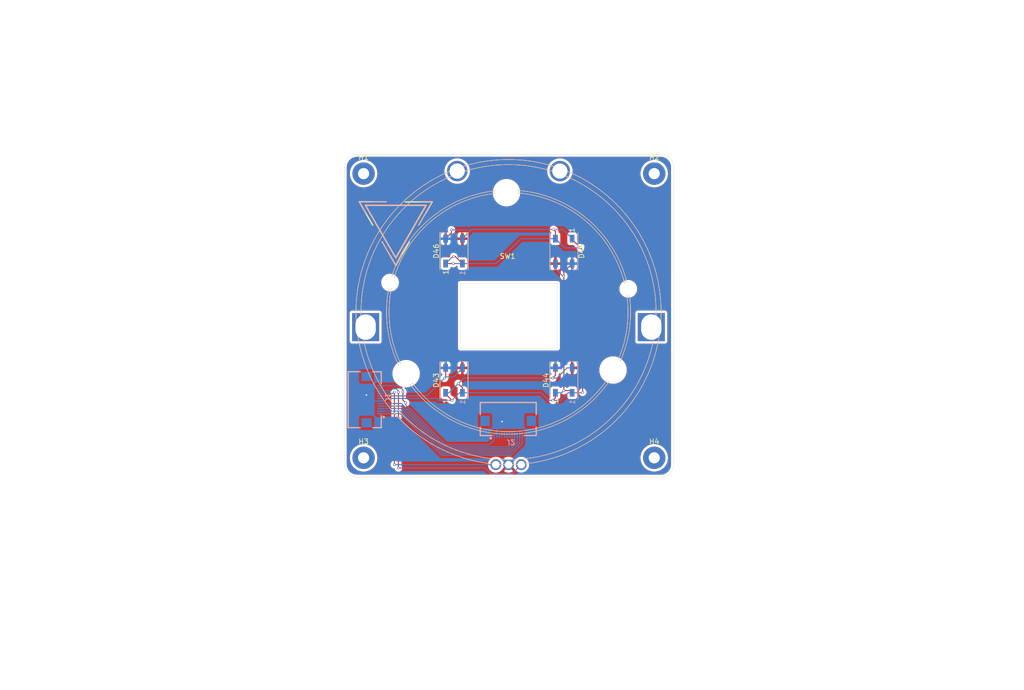
<source format=kicad_pcb>
(kicad_pcb (version 20211014) (generator pcbnew)
  (layers (0 "F.Cu" signal) (31 "B.Cu" signal) (34 "B.Paste" user) (35 "F.Paste" user) (36 "B.SilkS" user "B.Silkscreen") (37 "F.SilkS" user "F.Silkscreen") (38 "B.Mask" user) (39 "F.Mask" user) (44 "Edge.Cuts" user))
  (net 0 "")
  (net 1 "GND")
  (net 2 "+5V")
  (net 3 "Net-(D43-Pad2)")
  (net 4 "rgb_led_in")
  (net 10 "unconnected-(D46-Pad2)")
  (net 11 "Net-(D45-Pad2)")
  (net 12 "Net-(D44-Pad2)")
  (net 13 "SDA")
  (net 14 "SCL")
  (net 15 "GPIO_X1")
  (net 16 "+3V3")
  (net 17 "MOSI")
  (net 18 "SPI_CS")
  (net 19 "MISO")
  (net 20 "SCLK")
  (footprint "fingerpunch:PERS56v3" (layer "F.Cu") (at 174.552257 119.94)
    (fp_text reference "SW1" (at -0.186125 -10.989441 unlocked) (layer "F.SilkS"))
    (fp_text value "RotaryEncoder")
    (fp_circle (center 0 0) (end 30 0) (layer "B.SilkS") (width 0.1) (fill none))
    (fp_circle (center 0 0) (end 24 0) (layer "B.SilkS") (width 0.1) (fill none))
    (fp_circle (center 0 0) (end 23.4935 0) (layer "B.SilkS") (width 0.1) (fill none))
    (fp_circle (center 0 0) (end 29 0) (layer "B.SilkS") (width 0.1) (fill none))
    (fp_circle (center 0 0) (end 29 0) (layer "F.SilkS") (width 0.1) (fill none))
    (fp_circle (center 0 0) (end 30 0) (layer "F.SilkS") (width 0.1) (fill none))
    (fp_circle (center 0 0) (end 24 0) (layer "F.SilkS") (width 0.1) (fill none))
    (fp_circle (center 0 0) (end 23.4935 0) (layer "F.SilkS") (width 0.1) (fill none))
    (pad "" np_thru_hole circle (at -20.134933 12.098289) (size 4.4 4.4) (drill 4.4) (layers F&B.Cu *.Mask))
    (pad "" thru_hole circle (at 10.091931 -27.732996) (size 4 4) (drill 3) (layers *.Cu *.Mask))
    (pad "" np_thru_hole circle (at 20.548742 11.390354) (size 4.4 4.4) (drill 4.4) (layers F&B.Cu *.Mask))
    (pad "" np_thru_hole circle (at -23.289742 -5.8064) (size 2.5 2.5) (drill 2.5) (layers F&B.Cu *.Mask))
    (pad "" np_thru_hole circle (at 23.544338 -4.573199) (size 2.5 2.5) (drill 2.5) (layers F&B.Cu *.Mask))
    (pad "" np_thru_hole circle (at -0.399847 -23.484645) (size 4.4 4.4) (drill 4.4) (layers F&B.Cu *.Mask))
    (pad "" thru_hole circle (at -10.094278 -27.7333) (size 4 4) (drill 3) (layers *.Cu *.Mask))
    (pad "A" thru_hole circle (at -2.5 30) (size 2.1 2.1) (drill 1.5) (layers *.Cu *.Mask) (net 14 "SCL"))
    (pad "B" thru_hole circle (at 2.5 30) (size 2.1 2.1) (drill 1.5) (layers *.Cu *.Mask) (net 13 "SDA"))
    (pad "C" thru_hole circle (at 0 30) (size 2.1 2.1) (drill 1.5) (layers *.Cu *.Mask) (net 1 "GND"))
    (pad "MP" thru_hole rect (at 28.070731 2.95064) (size 5.3 5.5) (drill oval 4 5) (layers *.Cu *.Mask))
    (pad "MP" thru_hole rect (at -28.095244 2.952929) (size 5.3 5.5) (drill oval 4 5) (layers *.Cu *.Mask))
  )
  (footprint "MountingHole:MountingHole_2.2mm_M2_Pad" (layer "F.Cu") (at 203.2 92.71)
    (fp_text reference "H2" (at 0 -3.2) (layer "F.SilkS"))
    (fp_text value "MountingHole")
    (pad "1" thru_hole circle (at 0 0) (size 4.4 4.4) (drill 2.2) (layers *.Cu *.Mask))
  )
  (footprint "MountingHole:MountingHole_2.2mm_M2_Pad" (layer "F.Cu") (at 146.05 92.71)
    (fp_text reference "H1" (at 0 -3.2) (layer "F.SilkS"))
    (fp_text value "MountingHole")
    (pad "1" thru_hole circle (at 0 0) (size 4.4 4.4) (drill 2.2) (layers *.Cu *.Mask))
  )
  (footprint "fingerpunch:LED_WS2812B_PLCC4_5.0x5.0mm_P3.2mm-reversible" (layer "F.Cu") (at 163.83 107.95 90)
    (fp_text reference "D46" (at 0 -3.5 90) (layer "F.SilkS"))
    (fp_text value "WS2812B")
    (fp_text user "1" (at -4.31 1.69 90) (layer "B.SilkS") (effects (justify mirror)))
    (fp_text user "1" (at -4.15 -1.6 90) (layer "F.SilkS"))
    (fp_line (start 3.65 -2.75) (end 3.65 -1.6) (layer "B.SilkS") (width 0.12))
    (fp_line (start 3.65 2.75) (end -3.65 2.75) (layer "B.SilkS") (width 0.12))
    (fp_line (start -3.65 -2.75) (end 3.65 -2.75) (layer "B.SilkS") (width 0.12))
    (fp_line (start -3.65 -2.75) (end 3.65 -2.75) (layer "F.SilkS") (width 0.12))
    (fp_line (start -3.65 2.75) (end 3.65 2.75) (layer "F.SilkS") (width 0.12))
    (fp_line (start 3.65 2.75) (end 3.65 1.6) (layer "F.SilkS") (width 0.12))
    (pad "1" smd rect (at -2.45 1.65 90) (size 1.5 0.9) (layers "B.Cu" "B.Paste" "B.Mask") (net 2 "+5V"))
    (pad "1" smd rect (at -2.45 -1.65 90) (size 1.5 0.9) (layers "F.Cu" "F.Paste" "F.Mask") (net 2 "+5V"))
    (pad "2" smd rect (at -2.45 -1.65 90) (size 1.5 0.9) (layers "B.Cu" "B.Paste" "B.Mask") (net 10 "unconnected-(D46-Pad2)"))
    (pad "2" smd rect (at -2.45 1.65 90) (size 1.5 0.9) (layers "F.Cu" "F.Paste" "F.Mask") (net 10 "unconnected-(D46-Pad2)"))
    (pad "3" smd rect (at 2.45 1.65 90) (size 1.5 0.9) (layers "F.Cu" "F.Paste" "F.Mask") (net 1 "GND"))
    (pad "3" smd rect (at 2.45 -1.65 90) (size 1.5 0.9) (layers "B.Cu" "B.Paste" "B.Mask") (net 1 "GND"))
    (pad "4" smd rect (at 2.45 1.65 90) (size 1.5 0.9) (layers "B.Cu" "B.Paste" "B.Mask") (net 11 "Net-(D45-Pad2)"))
    (pad "4" smd rect (at 2.45 -1.65 90) (size 1.5 0.9) (layers "F.Cu" "F.Paste" "F.Mask") (net 11 "Net-(D45-Pad2)"))
  )
  (footprint "fingerpunch:LED_WS2812B_PLCC4_5.0x5.0mm_P3.2mm-reversible" (layer "F.Cu") (at 185.42 107.95 -90)
    (fp_text reference "D45" (at 0 -3.5 90) (layer "F.SilkS"))
    (fp_text value "WS2812B")
    (fp_text user "1" (at -4.31 1.69 90) (layer "B.SilkS") (effects (justify mirror)))
    (fp_text user "1" (at -4.15 -1.6 90) (layer "F.SilkS"))
    (fp_line (start 3.65 -2.75) (end 3.65 -1.6) (layer "B.SilkS") (width 0.12))
    (fp_line (start 3.65 2.75) (end -3.65 2.75) (layer "B.SilkS") (width 0.12))
    (fp_line (start -3.65 -2.75) (end 3.65 -2.75) (layer "B.SilkS") (width 0.12))
    (fp_line (start -3.65 2.75) (end 3.65 2.75) (layer "F.SilkS") (width 0.12))
    (fp_line (start 3.65 2.75) (end 3.65 1.6) (layer "F.SilkS") (width 0.12))
    (fp_line (start -3.65 -2.75) (end 3.65 -2.75) (layer "F.SilkS") (width 0.12))
    (pad "1" smd rect (at -2.45 -1.65 270) (size 1.5 0.9) (layers "F.Cu" "F.Paste" "F.Mask") (net 2 "+5V"))
    (pad "1" smd rect (at -2.45 1.65 270) (size 1.5 0.9) (layers "B.Cu" "B.Paste" "B.Mask") (net 2 "+5V"))
    (pad "2" smd rect (at -2.45 -1.65 270) (size 1.5 0.9) (layers "B.Cu" "B.Paste" "B.Mask") (net 11 "Net-(D45-Pad2)"))
    (pad "2" smd rect (at -2.45 1.65 270) (size 1.5 0.9) (layers "F.Cu" "F.Paste" "F.Mask") (net 11 "Net-(D45-Pad2)"))
    (pad "3" smd rect (at 2.45 -1.65 270) (size 1.5 0.9) (layers "B.Cu" "B.Paste" "B.Mask") (net 1 "GND"))
    (pad "3" smd rect (at 2.45 1.65 270) (size 1.5 0.9) (layers "F.Cu" "F.Paste" "F.Mask") (net 1 "GND"))
    (pad "4" smd rect (at 2.45 -1.65 270) (size 1.5 0.9) (layers "F.Cu" "F.Paste" "F.Mask") (net 12 "Net-(D44-Pad2)"))
    (pad "4" smd rect (at 2.45 1.65 270) (size 1.5 0.9) (layers "B.Cu" "B.Paste" "B.Mask") (net 12 "Net-(D44-Pad2)"))
  )
  (footprint "fingerpunch:LED_WS2812B_PLCC4_5.0x5.0mm_P3.2mm-reversible" (layer "F.Cu") (at 185.42 133.35 90)
    (fp_text reference "D44" (at 0 -3.5 90) (layer "F.SilkS"))
    (fp_text value "WS2812B")
    (fp_text user "1" (at -4.31 1.69 90) (layer "B.SilkS") (effects (justify mirror)))
    (fp_text user "1" (at -4.15 -1.6 90) (layer "F.SilkS"))
    (fp_line (start 3.65 -2.75) (end 3.65 -1.6) (layer "B.SilkS") (width 0.12))
    (fp_line (start 3.65 2.75) (end -3.65 2.75) (layer "B.SilkS") (width 0.12))
    (fp_line (start -3.65 -2.75) (end 3.65 -2.75) (layer "B.SilkS") (width 0.12))
    (fp_line (start -3.65 2.75) (end 3.65 2.75) (layer "F.SilkS") (width 0.12))
    (fp_line (start 3.65 2.75) (end 3.65 1.6) (layer "F.SilkS") (width 0.12))
    (fp_line (start -3.65 -2.75) (end 3.65 -2.75) (layer "F.SilkS") (width 0.12))
    (pad "1" smd rect (at -2.45 -1.65 90) (size 1.5 0.9) (layers "F.Cu" "F.Paste" "F.Mask") (net 2 "+5V"))
    (pad "1" smd rect (at -2.45 1.65 90) (size 1.5 0.9) (layers "B.Cu" "B.Paste" "B.Mask") (net 2 "+5V"))
    (pad "2" smd rect (at -2.45 -1.65 90) (size 1.5 0.9) (layers "B.Cu" "B.Paste" "B.Mask") (net 12 "Net-(D44-Pad2)"))
    (pad "2" smd rect (at -2.45 1.65 90) (size 1.5 0.9) (layers "F.Cu" "F.Paste" "F.Mask") (net 12 "Net-(D44-Pad2)"))
    (pad "3" smd rect (at 2.45 -1.65 90) (size 1.5 0.9) (layers "B.Cu" "B.Paste" "B.Mask") (net 1 "GND"))
    (pad "3" smd rect (at 2.45 1.65 90) (size 1.5 0.9) (layers "F.Cu" "F.Paste" "F.Mask") (net 1 "GND"))
    (pad "4" smd rect (at 2.45 -1.65 90) (size 1.5 0.9) (layers "F.Cu" "F.Paste" "F.Mask") (net 3 "Net-(D43-Pad2)"))
    (pad "4" smd rect (at 2.45 1.65 90) (size 1.5 0.9) (layers "B.Cu" "B.Paste" "B.Mask") (net 3 "Net-(D43-Pad2)"))
  )
  (footprint "MountingHole:MountingHole_2.2mm_M2_Pad" (layer "F.Cu") (at 146.05 148.59)
    (fp_text reference "H3" (at 0 -3.2) (layer "F.SilkS"))
    (fp_text value "MountingHole")
    (pad "1" thru_hole circle (at 0 0) (size 4.4 4.4) (drill 2.2) (layers *.Cu *.Mask))
  )
  (footprint "MountingHole:MountingHole_2.2mm_M2_Pad" (layer "F.Cu") (at 203.2 148.59)
    (fp_text reference "H4" (at 0 -3.2) (layer "F.SilkS"))
    (fp_text value "MountingHole")
    (pad "1" thru_hole circle (at 0 0) (size 4.4 4.4) (drill 2.2) (layers *.Cu *.Mask))
  )
  (footprint "fingerpunch:LED_WS2812B_PLCC4_5.0x5.0mm_P3.2mm-reversible" (layer "F.Cu") (at 163.83 133.35 90)
    (fp_text reference "D43" (at 0 -3.5 90) (layer "F.SilkS"))
    (fp_text value "WS2812B")
    (fp_text user "1" (at -4.31 1.69 90) (layer "B.SilkS") (effects (justify mirror)))
    (fp_text user "1" (at -4.15 -1.6 90) (layer "F.SilkS"))
    (fp_line (start 3.65 2.75) (end -3.65 2.75) (layer "B.SilkS") (width 0.12))
    (fp_line (start -3.65 -2.75) (end 3.65 -2.75) (layer "B.SilkS") (width 0.12))
    (fp_line (start 3.65 -2.75) (end 3.65 -1.6) (layer "B.SilkS") (width 0.12))
    (fp_line (start -3.65 2.75) (end 3.65 2.75) (layer "F.SilkS") (width 0.12))
    (fp_line (start 3.65 2.75) (end 3.65 1.6) (layer "F.SilkS") (width 0.12))
    (fp_line (start -3.65 -2.75) (end 3.65 -2.75) (layer "F.SilkS") (width 0.12))
    (pad "1" smd rect (at -2.45 1.65 90) (size 1.5 0.9) (layers "B.Cu" "B.Paste" "B.Mask") (net 2 "+5V"))
    (pad "1" smd rect (at -2.45 -1.65 90) (size 1.5 0.9) (layers "F.Cu" "F.Paste" "F.Mask") (net 2 "+5V"))
    (pad "2" smd rect (at -2.45 1.65 90) (size 1.5 0.9) (layers "F.Cu" "F.Paste" "F.Mask") (net 3 "Net-(D43-Pad2)"))
    (pad "2" smd rect (at -2.45 -1.65 90) (size 1.5 0.9) (layers "B.Cu" "B.Paste" "B.Mask") (net 3 "Net-(D43-Pad2)"))
    (pad "3" smd rect (at 2.45 -1.65 90) (size 1.5 0.9) (layers "B.Cu" "B.Paste" "B.Mask") (net 1 "GND"))
    (pad "3" smd rect (at 2.45 1.65 90) (size 1.5 0.9) (layers "F.Cu" "F.Paste" "F.Mask") (net 1 "GND"))
    (pad "4" smd rect (at 2.45 -1.65 90) (size 1.5 0.9) (layers "F.Cu" "F.Paste" "F.Mask") (net 4 "rgb_led_in"))
    (pad "4" smd rect (at 2.45 1.65 90) (size 1.5 0.9) (layers "B.Cu" "B.Paste" "B.Mask") (net 4 "rgb_led_in"))
  )
  (footprint "fingerpunch:vik-logo-medium" (layer "F.Cu") (at 152.375 103.025)
    (fp_text reference "REF**")
    (fp_text value "vik-logo-medium")
    (fp_line (start 0.012105 6.247404) (end -5.94265 -4.066535) (layer "F.SilkS") (width 0.25))
    (fp_line (start -5.94265 -4.066535) (end 5.966861 -4.066535) (layer "F.SilkS") (width 0.25))
    (fp_line (start -7.183542 -4.782401) (end -4.713947 -4.781476) (layer "F.SilkS") (width 0.25))
    (fp_line (start 7.191148 -4.75075) (end 5.955482 -2.612518) (layer "F.SilkS") (width 0.25))
    (fp_line (start -4.522363 -0.174502) (end -7.183542 -4.782401) (layer "F.SilkS") (width 0.25))
    (fp_line (start 2.67707 3.11262) (end 0.017145 7.721245) (layer "F.SilkS") (width 0.25))
    (fp_line (start 0.017145 7.721245) (end -1.216787 5.582013) (layer "F.SilkS") (width 0.25))
    (fp_line (start 1.87 -4.75) (end 7.191148 -4.75075) (layer "F.SilkS") (width 0.25))
    (fp_line (start 5.966861 -4.066535) (end 0.012105 6.247404) (layer "F.SilkS") (width 0.25))
  )
  (footprint "fingerpunch:FPC-SMD_FPC05012-09200-.5mm-rev" (layer "B.Cu") (at 174.49 142.01)
    (fp_text reference "J2" (at 0.5 3.5 180 unlocked) (layer "B.SilkS") (effects (justify mirror)))
    (fp_text value "Conn_01x12_Female")
    (fp_line (start -5.5 2.2) (end -3.131 2.2) (layer "B.SilkS") (width 0.254))
    (fp_line (start -5.5 0.539) (end -5.5 2.2) (layer "B.SilkS") (width 0.254))
    (fp_line (start 5.5 -4.295) (end 5.5 -1.912) (layer "B.SilkS") (width 0.254))
    (fp_line (start 5.5 2.2) (end 3.131 2.2) (layer "B.SilkS") (width 0.254))
    (fp_line (start 5.5 -4.295) (end -5.5 -4.295) (layer "B.SilkS") (width 0.254))
    (fp_line (start 5.5 0.539) (end 5.5 2.2) (layer "B.SilkS") (width 0.254))
    (fp_line (start -5.5 -4.295) (end -5.5 -1.912) (layer "B.SilkS") (width 0.254))
    (fp_circle (center -3.429 2.708) (end -3.302 2.708) (layer "B.SilkS") (width 0.254) (fill none))
    (pad "1" smd rect (at -2.75 2.038) (size 0.28 1.25) (layers "B.Cu" "B.Paste" "B.Mask") (net 16 "+3V3"))
    (pad "2" smd rect (at -2.25 2.038) (size 0.28 1.25) (layers "B.Cu" "B.Paste" "B.Mask") (net 1 "GND"))
    (pad "3" smd rect (at -1.75 2.038) (size 0.28 1.25) (layers "B.Cu" "B.Paste" "B.Mask"))
    (pad "4" smd rect (at -1.25 2.038) (size 0.28 1.25) (layers "B.Cu" "B.Paste" "B.Mask"))
    (pad "5" smd rect (at -0.75 2.038) (size 0.28 1.25) (layers "B.Cu" "B.Paste" "B.Mask"))
    (pad "6" smd rect (at -0.25 2.038) (size 0.28 1.25) (layers "B.Cu" "B.Paste" "B.Mask"))
    (pad "7" smd rect (at 0.25 2.038) (size 0.28 1.25) (layers "B.Cu" "B.Paste" "B.Mask"))
    (pad "8" smd rect (at 0.75 2.038) (size 0.28 1.25) (layers "B.Cu" "B.Paste" "B.Mask") (net 17 "MOSI"))
    (pad "9" smd rect (at 1.25 2.038) (size 0.28 1.25) (layers "B.Cu" "B.Paste" "B.Mask") (net 15 "GPIO_X1"))
    (pad "10" smd rect (at 1.75 2.038) (size 0.28 1.25) (layers "B.Cu" "B.Paste" "B.Mask") (net 18 "SPI_CS"))
    (pad "11" smd rect (at 2.25 2.038) (size 0.28 1.25) (layers "B.Cu" "B.Paste" "B.Mask") (net 19 "MISO"))
    (pad "12" smd rect (at 2.75 2.038) (size 0.28 1.25) (layers "B.Cu" "B.Paste" "B.Mask") (net 20 "SCLK"))
    (pad "13" smd rect (at 4.55 -0.686) (size 1.8 2) (layers "B.Cu" "B.Paste" "B.Mask"))
    (pad "14" smd rect (at -4.55 -0.686) (size 1.8 2) (layers "B.Cu" "B.Paste" "B.Mask"))
  )
  (footprint "fingerpunch:FPC-SMD_FPC05012-09200-.5mm-rev" (layer "B.Cu") (at 147.32 137.16 90)
    (fp_text reference "J1" (at 0.5 3.5 -90 unlocked) (layer "B.SilkS") (effects (justify mirror)))
    (fp_text value "Conn_01x12_Female")
    (fp_line (start 5.5 -4.295) (end 5.5 -1.912) (layer "B.SilkS") (width 0.254))
    (fp_line (start 5.5 -4.295) (end -5.5 -4.295) (layer "B.SilkS") (width 0.254))
    (fp_line (start 5.5 2.2) (end 3.131 2.2) (layer "B.SilkS") (width 0.254))
    (fp_line (start 5.5 0.539) (end 5.5 2.2) (layer "B.SilkS") (width 0.254))
    (fp_line (start -5.5 -4.295) (end -5.5 -1.912) (layer "B.SilkS") (width 0.254))
    (fp_line (start -5.5 2.2) (end -3.131 2.2) (layer "B.SilkS") (width 0.254))
    (fp_line (start -5.5 0.539) (end -5.5 2.2) (layer "B.SilkS") (width 0.254))
    (fp_circle (center -3.429 2.708) (end -3.302 2.708) (layer "B.SilkS") (width 0.254) (fill none))
    (pad "1" smd rect (at -2.75 2.038 90) (size 0.28 1.25) (layers "B.Cu" "B.Paste" "B.Mask") (net 20 "SCLK"))
    (pad "2" smd rect (at -2.25 2.038 90) (size 0.28 1.25) (layers "B.Cu" "B.Paste" "B.Mask") (net 19 "MISO"))
    (pad "3" smd rect (at -1.75 2.038 90) (size 0.28 1.25) (layers "B.Cu" "B.Paste" "B.Mask") (net 18 "SPI_CS"))
    (pad "4" smd rect (at -1.25 2.038 90) (size 0.28 1.25) (layers "B.Cu" "B.Paste" "B.Mask") (net 15 "GPIO_X1"))
    (pad "5" smd rect (at -0.75 2.038 90) (size 0.28 1.25) (layers "B.Cu" "B.Paste" "B.Mask") (net 17 "MOSI"))
    (pad "6" smd rect (at -0.25 2.038 90) (size 0.28 1.25) (layers "B.Cu" "B.Paste" "B.Mask") (net 1 "GND"))
    (pad "7" smd rect (at 0.25 2.038 90) (size 0.28 1.25) (layers "B.Cu" "B.Paste" "B.Mask") (net 2 "+5V"))
    (pad "8" smd rect (at 0.75 2.038 90) (size 0.28 1.25) (layers "B.Cu" "B.Paste" "B.Mask") (net 4 "rgb_led_in"))
    (pad "9" smd rect (at 1.25 2.038 90) (size 0.28 1.25) (layers "B.Cu" "B.Paste" "B.Mask") (net 14 "SCL"))
    (pad "10" smd rect (at 1.75 2.038 90) (size 0.28 1.25) (layers "B.Cu" "B.Paste" "B.Mask") (net 13 "SDA"))
    (pad "11" smd rect (at 2.25 2.038 90) (size 0.28 1.25) (layers "B.Cu" "B.Paste" "B.Mask") (net 1 "GND"))
    (pad "12" smd rect (at 2.75 2.038 90) (size 0.28 1.25) (layers "B.Cu" "B.Paste" "B.Mask") (net 16 "+3V3"))
    (pad "13" smd rect (at 4.55 -0.686 90) (size 1.8 2) (layers "B.Cu" "B.Paste" "B.Mask"))
    (pad "14" smd rect (at -4.55 -0.686 90) (size 1.8 2) (layers "B.Cu" "B.Paste" "B.Mask"))
  )
  (footprint "fingerpunch:vik-logo-medium" (layer "B.Cu") (at 152.375 103 180)
    (fp_text reference "REF**")
    (fp_text value "vik-logo-medium")
    (fp_line (start 0.012105 -6.247404) (end -5.94265 4.066535) (layer "B.SilkS") (width 0.25))
    (fp_line (start 2.67707 -3.11262) (end 0.017145 -7.721245) (layer "B.SilkS") (width 0.25))
    (fp_line (start 7.191148 4.75075) (end 5.955482 2.612518) (layer "B.SilkS") (width 0.25))
    (fp_line (start 0.017145 -7.721245) (end -1.216787 -5.582013) (layer "B.SilkS") (width 0.25))
    (fp_line (start -5.94265 4.066535) (end 5.966861 4.066535) (layer "B.SilkS") (width 0.25))
    (fp_line (start 1.87 4.75) (end 7.191148 4.75075) (layer "B.SilkS") (width 0.25))
    (fp_line (start -4.522363 0.174502) (end -7.183542 4.782401) (layer "B.SilkS") (width 0.25))
    (fp_line (start 5.966861 4.066535) (end 0.012105 -6.247404) (layer "B.SilkS") (width 0.25))
    (fp_line (start -7.183542 4.782401) (end -4.713947 4.781476) (layer "B.SilkS") (width 0.25))
  )
  (gr_line (start 142.24 91.44) (end 142.24 149.86) (layer "Edge.Cuts") (width 0.05))
  (gr_arc (start 144.78 152.4) (mid 142.983949 151.656051) (end 142.24 149.86) (layer "Edge.Cuts") (width 0.05))
  (gr_line (start 204.47 88.9) (end 144.78 88.9) (layer "Edge.Cuts") (width 0.05))
  (gr_line (start 144.78 152.4) (end 204.47 152.4) (layer "Edge.Cuts") (width 0.05))
  (gr_arc (start 207.01 149.86) (mid 206.266051 151.656051) (end 204.47 152.4) (layer "Edge.Cuts") (width 0.05))
  (gr_line (start 207.01 149.86) (end 207.01 91.44) (layer "Edge.Cuts") (width 0.05))
  (gr_rect (start 165.1 114.3) (end 184.15 127) (layer "Edge.Cuts") (width 0.05) (fill none))
  (gr_arc (start 204.47 88.9) (mid 206.266051 89.643949) (end 207.01 91.44) (layer "Edge.Cuts") (width 0.05))
  (gr_arc (start 142.24 91.44) (mid 142.983949 89.643949) (end 144.78 88.9) (layer "Edge.Cuts") (width 0.05))
  (via (at 146.61 136.24) (size 0.5) (drill 0.3) (layers "F.Cu" "B.Cu") (net 1))
  (via (at 173.28 141.47) (size 0.5) (drill 0.3) (layers "F.Cu" "B.Cu") (net 1))
  (segment (start 147.94 134.91) (end 146.61 136.24) (width 0.2) (layer "B.Cu") (net 1))
  (segment (start 149.358 134.91) (end 147.94 134.91) (width 0.2) (layer "B.Cu") (net 1))
  (segment (start 172.24 142.51) (end 173.28 141.47) (width 0.2) (layer "B.Cu") (net 1))
  (segment (start 172.24 144.048) (end 172.24 142.51) (width 0.2) (layer "B.Cu") (net 1))
  (segment (start 147.78 137.41) (end 146.61 136.24) (width 0.2) (layer "B.Cu") (net 1))
  (segment (start 149.358 137.41) (end 147.78 137.41) (width 0.2) (layer "B.Cu") (net 1))
  (segment (start 162.18 135.8) (end 162.18 136.03) (width 0.2) (layer "F.Cu") (net 2))
  (segment (start 188.57 107.17) (end 188.675 107.275) (width 0.2) (layer "F.Cu") (net 2))
  (segment (start 162.18 110.4) (end 163.69 110.4) (width 0.2) (layer "F.Cu") (net 2))
  (segment (start 183.77 136.79) (end 183.27 137.29) (width 0.2) (layer "F.Cu") (net 2))
  (segment (start 187.07 105.5) (end 187.07 105.67) (width 0.2) (layer "F.Cu") (net 2))
  (segment (start 162.18 136.03) (end 163.43 137.28) (width 0.2) (layer "F.Cu") (net 2))
  (segment (start 187.07 105.67) (end 188.57 107.17) (width 0.2) (layer "F.Cu") (net 2))
  (segment (start 188.675 107.275) (end 189.12 107.72) (width 0.2) (layer "F.Cu") (net 2))
  (segment (start 183.77 135.8) (end 183.77 136.79) (width 0.2) (layer "F.Cu") (net 2))
  (segment (start 189.12 107.72) (end 189.12 135.71) (width 0.2) (layer "F.Cu") (net 2))
  (via (at 183.27 137.29) (size 0.5) (drill 0.3) (layers "F.Cu" "B.Cu") (net 2))
  (via (at 188.675 107.275) (size 0.5) (drill 0.3) (layers "F.Cu" "B.Cu") (net 2))
  (via (at 163.43 137.28) (size 0.5) (drill 0.3) (layers "F.Cu" "B.Cu") (net 2))
  (via (at 163.69 110.4) (size 0.5) (drill 0.3) (layers "F.Cu" "B.Cu") (net 2))
  (via (at 189.12 135.71) (size 0.5) (drill 0.3) (layers "F.Cu" "B.Cu") (net 2))
  (segment (start 187.07 135.8) (end 189.03 135.8) (width 0.2) (layer "B.Cu") (net 2))
  (segment (start 164.91 135.8) (end 165.48 135.8) (width 0.2) (layer "B.Cu") (net 2))
  (segment (start 163.43 137.28) (end 164.91 135.8) (width 0.2) (layer "B.Cu") (net 2))
  (segment (start 185.58 107.31) (end 188.64 107.31) (width 0.2) (layer "B.Cu") (net 2))
  (segment (start 184.82 137.29) (end 186.31 135.8) (width 0.2) (layer "B.Cu") (net 2))
  (segment (start 172.09 110.4) (end 165.48 110.4) (width 0.2) (layer "B.Cu") (net 2))
  (segment (start 182.45 137.29) (end 183.27 137.29) (width 0.2) (layer "B.Cu") (net 2))
  (segment (start 160.85 137.28) (end 163.43 137.28) (width 0.2) (layer "B.Cu") (net 2))
  (segment (start 176.99 105.5) (end 172.09 110.4) (width 0.2) (layer "B.Cu") (net 2))
  (segment (start 183.77 105.5) (end 185.58 107.31) (width 0.2) (layer "B.Cu") (net 2))
  (segment (start 183.77 105.5) (end 176.99 105.5) (width 0.2) (layer "B.Cu") (net 2))
  (segment (start 189.03 135.8) (end 189.12 135.71) (width 0.2) (layer "B.Cu") (net 2))
  (segment (start 188.64 107.31) (end 188.675 107.275) (width 0.2) (layer "B.Cu") (net 2))
  (segment (start 165.48 135.8) (end 180.96 135.8) (width 0.2) (layer "B.Cu") (net 2))
  (segment (start 160.48 136.91) (end 160.85 137.28) (width 0.2) (layer "B.Cu") (net 2))
  (segment (start 186.31 135.8) (end 187.07 135.8) (width 0.2) (layer "B.Cu") (net 2))
  (segment (start 163.69 110.4) (end 165.48 110.4) (width 0.2) (layer "B.Cu") (net 2))
  (segment (start 180.96 135.8) (end 182.45 137.29) (width 0.2) (layer "B.Cu") (net 2))
  (segment (start 149.358 136.91) (end 160.48 136.91) (width 0.2) (layer "B.Cu") (net 2))
  (segment (start 183.27 137.29) (end 184.82 137.29) (width 0.2) (layer "B.Cu") (net 2))
  (segment (start 183.77 130.9) (end 183.77 132.38) (width 0.2) (layer "F.Cu") (net 3))
  (segment (start 165.48 134.81) (end 164.66 133.99) (width 0.2) (layer "F.Cu") (net 3))
  (segment (start 165.48 135.8) (end 165.48 134.81) (width 0.2) (layer "F.Cu") (net 3))
  (segment (start 183.77 132.38) (end 183.25 132.9) (width 0.2) (layer "F.Cu") (net 3))
  (via (at 164.66 133.99) (size 0.5) (drill 0.3) (layers "F.Cu" "B.Cu") (net 3))
  (via (at 183.25 132.9) (size 0.5) (drill 0.3) (layers "F.Cu" "B.Cu") (net 3))
  (segment (start 162.85 135.8) (end 164.66 133.99) (width 0.2) (layer "B.Cu") (net 3))
  (segment (start 186.07 130.9) (end 187.07 130.9) (width 0.2) (layer "B.Cu") (net 3))
  (segment (start 183.25 132.9) (end 184.07 132.9) (width 0.2) (layer "B.Cu") (net 3))
  (segment (start 164.66 133.99) (end 165.75 132.9) (width 0.2) (layer "B.Cu") (net 3))
  (segment (start 165.75 132.9) (end 183.25 132.9) (width 0.2) (layer "B.Cu") (net 3))
  (segment (start 184.07 132.9) (end 186.07 130.9) (width 0.2) (layer "B.Cu") (net 3))
  (segment (start 162.18 135.8) (end 162.85 135.8) (width 0.2) (layer "B.Cu") (net 3))
  (segment (start 162.18 132.71) (end 161.945 132.945) (width 0.2) (layer "F.Cu") (net 4))
  (segment (start 162.18 130.9) (end 162.18 132.71) (width 0.2) (layer "F.Cu") (net 4))
  (via (at 161.945 132.945) (size 0.5) (drill 0.3) (layers "F.Cu" "B.Cu") (net 4))
  (segment (start 165.48 130.98) (end 165.48 130.9) (width 0.2) (layer "B.Cu") (net 4))
  (segment (start 161.945 132.945) (end 162.21 132.68) (width 0.2) (layer "B.Cu") (net 4))
  (segment (start 162.21 132.68) (end 163.78 132.68) (width 0.2) (layer "B.Cu") (net 4))
  (segment (start 149.358 136.41) (end 158.48 136.41) (width 0.2) (layer "B.Cu") (net 4))
  (segment (start 163.78 132.68) (end 165.48 130.98) (width 0.2) (layer "B.Cu") (net 4))
  (segment (start 158.48 136.41) (end 161.945 132.945) (width 0.2) (layer "B.Cu") (net 4))
  (segment (start 164.1 109.02) (end 165.48 110.4) (width 0.2) (layer "F.Cu") (net 10))
  (segment (start 163.78 109.02) (end 164.1 109.02) (width 0.2) (layer "F.Cu") (net 10))
  (via (at 163.78 109.02) (size 0.5) (drill 0.3) (layers "F.Cu" "B.Cu") (net 10))
  (segment (start 162.18 110.4) (end 163.56 109.02) (width 0.2) (layer "B.Cu") (net 10))
  (segment (start 163.56 109.02) (end 163.78 109.02) (width 0.2) (layer "B.Cu") (net 10))
  (segment (start 183.77 105.5) (end 183.77 104.05) (width 0.2) (layer "F.Cu") (net 11))
  (segment (start 162.18 105.5) (end 163.33 104.35) (width 0.2) (layer "F.Cu") (net 11))
  (segment (start 163.33 104.35) (end 163.33 103.76) (width 0.2) (layer "F.Cu") (net 11))
  (segment (start 183.77 104.05) (end 183.4 103.68) (width 0.2) (layer "F.Cu") (net 11))
  (via (at 163.33 103.76) (size 0.5) (drill 0.3) (layers "F.Cu" "B.Cu") (net 11))
  (via (at 183.4 103.68) (size 0.5) (drill 0.3) (layers "F.Cu" "B.Cu") (net 11))
  (segment (start 167.3 103.68) (end 165.48 105.5) (width 0.2) (layer "B.Cu") (net 11))
  (segment (start 167.22 103.76) (end 167.3 103.68) (width 0.2) (layer "B.Cu") (net 11))
  (segment (start 185.25 103.68) (end 183.4 103.68) (width 0.2) (layer "B.Cu") (net 11))
  (segment (start 163.33 103.76) (end 167.22 103.76) (width 0.2) (layer "B.Cu") (net 11))
  (segment (start 187.07 105.5) (end 185.25 103.68) (width 0.2) (layer "B.Cu") (net 11))
  (segment (start 183.4 103.68) (end 167.3 103.68) (width 0.2) (layer "B.Cu") (net 11))
  (segment (start 185.43 135.36) (end 185.43 112.87) (width 0.2) (layer "F.Cu") (net 12))
  (segment (start 185.43 112.04) (end 187.07 110.4) (width 0.2) (layer "F.Cu") (net 12))
  (segment (start 185.43 112.87) (end 185.43 112.04) (width 0.2) (layer "F.Cu") (net 12))
  (segment (start 186.63 135.36) (end 187.07 135.8) (width 0.2) (layer "F.Cu") (net 12))
  (segment (start 185.43 135.36) (end 186.63 135.36) (width 0.2) (layer "F.Cu") (net 12))
  (via (at 185.43 135.36) (size 0.5) (drill 0.3) (layers "F.Cu" "B.Cu") (net 12))
  (via (at 185.43 112.87) (size 0.5) (drill 0.3) (layers "F.Cu" "B.Cu") (net 12))
  (segment (start 183.77 135.8) (end 184.99 135.8) (width 0.2) (layer "B.Cu") (net 12))
  (segment (start 183.77 111.41) (end 185.23 112.87) (width 0.2) (layer "B.Cu") (net 12))
  (segment (start 184.99 135.8) (end 185.43 135.36) (width 0.2) (layer "B.Cu") (net 12))
  (segment (start 183.77 110.4) (end 183.77 111.41) (width 0.2) (layer "B.Cu") (net 12))
  (segment (start 185.23 112.87) (end 185.43 112.87) (width 0.2) (layer "B.Cu") (net 12))
  (segment (start 152.9 135.7) (end 152.9 150.57) (width 0.2) (layer "F.Cu") (net 13))
  (segment (start 152.9 150.57) (end 152.89 150.58) (width 0.2) (layer "F.Cu") (net 13))
  (via (at 152.89 150.58) (size 0.5) (drill 0.3) (layers "F.Cu" "B.Cu") (net 13))
  (via (at 152.9 135.7) (size 0.5) (drill 0.3) (layers "F.Cu" "B.Cu") (net 13))
  (segment (start 152.89 150.58) (end 169.93 150.58) (width 0.2) (layer "B.Cu") (net 13))
  (segment (start 149.358 135.41) (end 151.42 135.41) (width 0.2) (layer "B.Cu") (net 13))
  (segment (start 175.252257 151.74) (end 177.052257 149.94) (width 0.2) (layer "B.Cu") (net 13))
  (segment (start 169.93 150.58) (end 171.09 151.74) (width 0.2) (layer "B.Cu") (net 13))
  (segment (start 152.13 135.01) (end 152.47 135.01) (width 0.2) (layer "B.Cu") (net 13))
  (segment (start 151.82 135.01) (end 152.13 135.01) (width 0.2) (layer "B.Cu") (net 13))
  (segment (start 152.61 135.15) (end 152.9 135.44) (width 0.2) (layer "B.Cu") (net 13))
  (segment (start 152.9 135.44) (end 152.9 135.7) (width 0.2) (layer "B.Cu") (net 13))
  (segment (start 152.47 135.01) (end 152.61 135.15) (width 0.2) (layer "B.Cu") (net 13))
  (segment (start 151.58 135.25) (end 151.82 135.01) (width 0.2) (layer "B.Cu") (net 13))
  (segment (start 171.09 151.74) (end 175.252257 151.74) (width 0.2) (layer "B.Cu") (net 13))
  (segment (start 151.42 135.41) (end 151.58 135.25) (width 0.2) (layer "B.Cu") (net 13))
  (segment (start 152.11 135.68) (end 152.11 149.94) (width 0.2) (layer "F.Cu") (net 14))
  (via (at 152.11 149.94) (size 0.5) (drill 0.3) (layers "F.Cu" "B.Cu") (net 14))
  (via (at 152.11 135.68) (size 0.5) (drill 0.3) (layers "F.Cu" "B.Cu") (net 14))
  (segment (start 149.358 135.91) (end 151.88 135.91) (width 0.2) (layer "B.Cu") (net 14))
  (segment (start 172.052257 149.94) (end 152.11 149.94) (width 0.2) (layer "B.Cu") (net 14))
  (segment (start 151.88 135.91) (end 152.11 135.68) (width 0.2) (layer "B.Cu") (net 14))
  (segment (start 175.74 144.048) (end 175.74 145.57) (width 0.2) (layer "B.Cu") (net 15))
  (segment (start 161.877058 146.85) (end 153.437058 138.41) (width 0.2) (layer "B.Cu") (net 15))
  (segment (start 153.437058 138.41) (end 149.358 138.41) (width 0.2) (layer "B.Cu") (net 15))
  (segment (start 174.46 146.85) (end 161.877058 146.85) (width 0.2) (layer "B.Cu") (net 15))
  (segment (start 175.74 145.57) (end 174.46 146.85) (width 0.2) (layer "B.Cu") (net 15))
  (segment (start 153.78 137.24) (end 154.32 137.78) (width 0.2) (layer "F.Cu") (net 16))
  (segment (start 153.78 135.63) (end 153.78 137.24) (width 0.2) (layer "F.Cu") (net 16))
  (via (at 153.78 135.63) (size 0.5) (drill 0.3) (layers "F.Cu" "B.Cu") (net 16))
  (via (at 154.32 137.78) (size 0.5) (drill 0.3) (layers "F.Cu" "B.Cu") (net 16))
  (segment (start 162.18843 146.03) (end 170.78 146.03) (width 0.2) (layer "B.Cu") (net 16))
  (segment (start 154.32 137.78) (end 154.32 138.16157) (width 0.2) (layer "B.Cu") (net 16))
  (segment (start 149.358 134.41) (end 152.95 134.41) (width 0.2) (layer "B.Cu") (net 16))
  (segment (start 171.74 145.07) (end 171.74 144.048) (width 0.2) (layer "B.Cu") (net 16))
  (segment (start 154.32 138.16157) (end 162.18843 146.03) (width 0.2) (layer "B.Cu") (net 16))
  (segment (start 153.51 134.97) (end 153.78 135.24) (width 0.2) (layer "B.Cu") (net 16))
  (segment (start 153.78 135.24) (end 153.78 135.63) (width 0.2) (layer "B.Cu") (net 16))
  (segment (start 170.78 146.03) (end 171.74 145.07) (width 0.2) (layer "B.Cu") (net 16))
  (segment (start 152.95 134.41) (end 153.51 134.97) (width 0.2) (layer "B.Cu") (net 16))
  (segment (start 175.24 144.048) (end 175.24 145.47) (width 0.2) (layer "B.Cu") (net 17))
  (segment (start 174.26 146.45) (end 162.042744 146.45) (width 0.2) (layer "B.Cu") (net 17))
  (segment (start 162.042744 146.45) (end 153.502744 137.91) (width 0.2) (layer "B.Cu") (net 17))
  (segment (start 175.24 145.47) (end 174.26 146.45) (width 0.2) (layer "B.Cu") (net 17))
  (segment (start 153.502744 137.91) (end 149.358 137.91) (width 0.2) (layer "B.Cu") (net 17))
  (segment (start 176.24 145.635686) (end 174.625686 147.25) (width 0.2) (layer "B.Cu") (net 18))
  (segment (start 176.24 144.048) (end 176.24 145.635686) (width 0.2) (layer "B.Cu") (net 18))
  (segment (start 161.711372 147.25) (end 153.371372 138.91) (width 0.2) (layer "B.Cu") (net 18))
  (segment (start 153.371372 138.91) (end 149.358 138.91) (width 0.2) (layer "B.Cu") (net 18))
  (segment (start 174.625686 147.25) (end 161.711372 147.25) (width 0.2) (layer "B.Cu") (net 18))
  (segment (start 176.74 144.048) (end 176.74 145.73) (width 0.2) (layer "B.Cu") (net 19))
  (segment (start 153.305686 139.41) (end 149.358 139.41) (width 0.2) (layer "B.Cu") (net 19))
  (segment (start 161.545686 147.65) (end 174.82 147.65) (width 0.2) (layer "B.Cu") (net 19))
  (segment (start 161.545686 147.65) (end 153.305686 139.41) (width 0.2) (layer "B.Cu") (net 19))
  (segment (start 174.82 147.65) (end 176.74 145.73) (width 0.2) (layer "B.Cu") (net 19))
  (segment (start 175.01 148.05) (end 177.24 145.82) (width 0.2) (layer "B.Cu") (net 20))
  (segment (start 149.358 139.91) (end 153.24 139.91) (width 0.2) (layer "B.Cu") (net 20))
  (segment (start 161.38 148.05) (end 175.01 148.05) (width 0.2) (layer "B.Cu") (net 20))
  (segment (start 153.24 139.91) (end 161.38 148.05) (width 0.2) (layer "B.Cu") (net 20))
  (segment (start 177.24 145.82) (end 177.24 144.048) (width 0.2) (layer "B.Cu") (net 20))
  (zone (net 1) (net_name "GND") (layers F&B.Cu) (connect_pads (clearance 0.508)) (min_thickness 0.254) (fill yes (thermal_gap 0.508) (thermal_bridge_width 0.508))
    (polygon (pts (xy 275.91 59.07) (xy 275.59 193.26) (xy 74.78 194.21) (xy 74.56 58.57)))
  )
)
</source>
